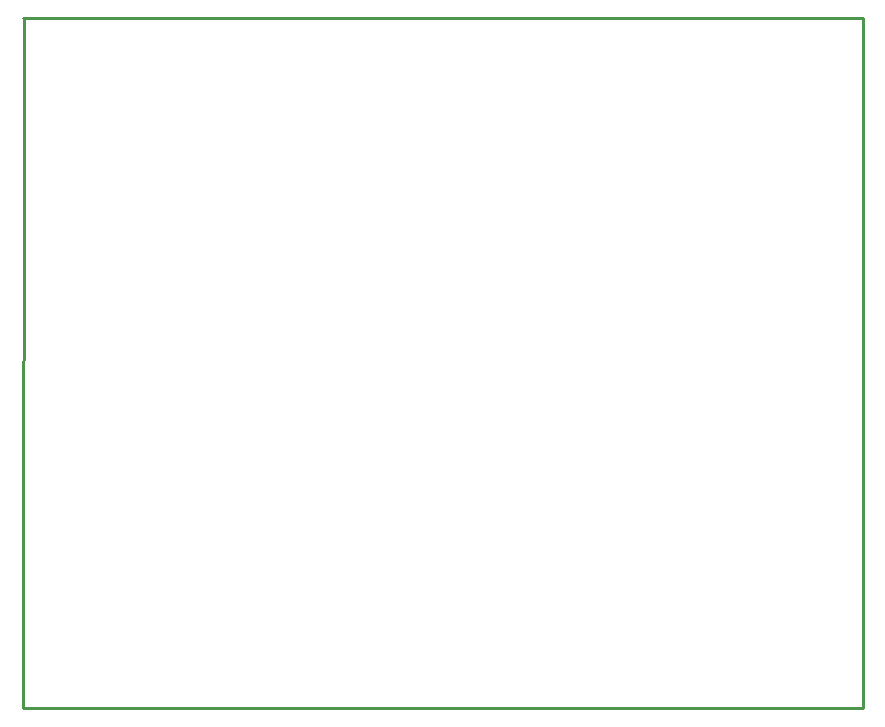
<source format=gko>
G04 Layer: BoardOutlineLayer*
G04 EasyEDA v6.5.29, 2023-07-14 00:53:27*
G04 c58a546ca1a14cb0a5025686437682f6,398929e9e95146ce9e037ed163e1f376,10*
G04 Gerber Generator version 0.2*
G04 Scale: 100 percent, Rotated: No, Reflected: No *
G04 Dimensions in millimeters *
G04 leading zeros omitted , absolute positions ,4 integer and 5 decimal *
%FSLAX45Y45*%
%MOMM*%

%ADD10C,0.2540*%
D10*
X0Y0D02*
G01*
X7112000Y0D01*
X7112000Y-5842000D01*
X0Y-5842000D01*
X12700Y0D01*
X0Y0D01*

%LPD*%
M02*

</source>
